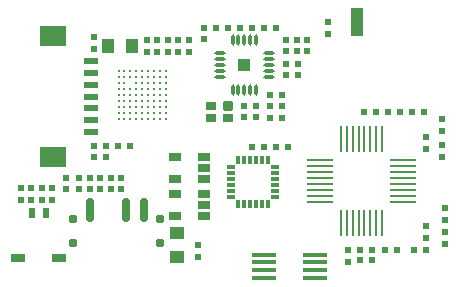
<source format=gtp>
G04 Layer_Color=8421504*
%FSLAX25Y25*%
%MOIN*%
G70*
G01*
G75*
%ADD10R,0.08000X0.01700*%
%ADD11R,0.02362X0.03347*%
%ADD12R,0.04724X0.03150*%
G04:AMPARAMS|DCode=13|XSize=27.56mil|YSize=27.56mil|CornerRadius=6.89mil|HoleSize=0mil|Usage=FLASHONLY|Rotation=0.000|XOffset=0mil|YOffset=0mil|HoleType=Round|Shape=RoundedRectangle|*
%AMROUNDEDRECTD13*
21,1,0.02756,0.01378,0,0,0.0*
21,1,0.01378,0.02756,0,0,0.0*
1,1,0.01378,0.00689,-0.00689*
1,1,0.01378,-0.00689,-0.00689*
1,1,0.01378,-0.00689,0.00689*
1,1,0.01378,0.00689,0.00689*
%
%ADD13ROUNDEDRECTD13*%
G04:AMPARAMS|DCode=14|XSize=27.56mil|YSize=78.74mil|CornerRadius=6.89mil|HoleSize=0mil|Usage=FLASHONLY|Rotation=0.000|XOffset=0mil|YOffset=0mil|HoleType=Round|Shape=RoundedRectangle|*
%AMROUNDEDRECTD14*
21,1,0.02756,0.06496,0,0,0.0*
21,1,0.01378,0.07874,0,0,0.0*
1,1,0.01378,0.00689,-0.03248*
1,1,0.01378,-0.00689,-0.03248*
1,1,0.01378,-0.00689,0.03248*
1,1,0.01378,0.00689,0.03248*
%
%ADD14ROUNDEDRECTD14*%
%ADD15R,0.03937X0.02559*%
%ADD16R,0.03937X0.02756*%
%ADD17R,0.01969X0.02362*%
%ADD18R,0.05118X0.03937*%
%ADD19R,0.04000X0.09646*%
G04:AMPARAMS|DCode=20|XSize=39mil|YSize=12mil|CornerRadius=6mil|HoleSize=0mil|Usage=FLASHONLY|Rotation=90.000|XOffset=0mil|YOffset=0mil|HoleType=Round|Shape=RoundedRectangle|*
%AMROUNDEDRECTD20*
21,1,0.03900,0.00000,0,0,90.0*
21,1,0.02700,0.01200,0,0,90.0*
1,1,0.01200,0.00000,0.01350*
1,1,0.01200,0.00000,-0.01350*
1,1,0.01200,0.00000,-0.01350*
1,1,0.01200,0.00000,0.01350*
%
%ADD20ROUNDEDRECTD20*%
G04:AMPARAMS|DCode=21|XSize=39mil|YSize=12mil|CornerRadius=6mil|HoleSize=0mil|Usage=FLASHONLY|Rotation=0.000|XOffset=0mil|YOffset=0mil|HoleType=Round|Shape=RoundedRectangle|*
%AMROUNDEDRECTD21*
21,1,0.03900,0.00000,0,0,0.0*
21,1,0.02700,0.01200,0,0,0.0*
1,1,0.01200,0.01350,0.00000*
1,1,0.01200,-0.01350,0.00000*
1,1,0.01200,-0.01350,0.00000*
1,1,0.01200,0.01350,0.00000*
%
%ADD21ROUNDEDRECTD21*%
%ADD22R,0.02362X0.01969*%
%ADD23R,0.03543X0.03150*%
G04:AMPARAMS|DCode=24|XSize=35.43mil|YSize=31.5mil|CornerRadius=7.87mil|HoleSize=0mil|Usage=FLASHONLY|Rotation=180.000|XOffset=0mil|YOffset=0mil|HoleType=Round|Shape=RoundedRectangle|*
%AMROUNDEDRECTD24*
21,1,0.03543,0.01575,0,0,180.0*
21,1,0.01969,0.03150,0,0,180.0*
1,1,0.01575,-0.00984,0.00787*
1,1,0.01575,0.00984,0.00787*
1,1,0.01575,0.00984,-0.00787*
1,1,0.01575,-0.00984,-0.00787*
%
%ADD24ROUNDEDRECTD24*%
%ADD25C,0.01100*%
%ADD26R,0.03937X0.05118*%
%ADD27R,0.05100X0.02400*%
%ADD28R,0.08700X0.07100*%
%ADD29R,0.02800X0.01200*%
%ADD30R,0.01200X0.02800*%
%ADD31R,0.00900X0.09000*%
%ADD32R,0.09000X0.00900*%
%ADD44R,0.04200X0.04200*%
D10*
X102550Y11839D02*
D03*
Y9279D02*
D03*
Y6720D02*
D03*
Y4161D02*
D03*
X85450D02*
D03*
Y6720D02*
D03*
Y9279D02*
D03*
Y11839D02*
D03*
D11*
X8138Y25642D02*
D03*
X12862D02*
D03*
D12*
X3610Y10780D02*
D03*
X17390D02*
D03*
D13*
X51000Y15563D02*
D03*
Y23563D02*
D03*
X22000D02*
D03*
Y15563D02*
D03*
D14*
X27500Y26587D02*
D03*
X45500D02*
D03*
X39500D02*
D03*
D15*
X65449Y24551D02*
D03*
Y32032D02*
D03*
Y28291D02*
D03*
Y37051D02*
D03*
Y44532D02*
D03*
Y40791D02*
D03*
D16*
X56000Y24551D02*
D03*
Y32032D02*
D03*
Y37051D02*
D03*
Y44532D02*
D03*
D17*
X4500Y34000D02*
D03*
Y30063D02*
D03*
X19500Y37500D02*
D03*
Y33563D02*
D03*
X8000Y34000D02*
D03*
Y30063D02*
D03*
X11500Y34000D02*
D03*
Y30063D02*
D03*
X15000Y34032D02*
D03*
Y30095D02*
D03*
X63500Y15032D02*
D03*
Y11095D02*
D03*
X38000Y33563D02*
D03*
Y37500D02*
D03*
X34500Y33563D02*
D03*
Y37500D02*
D03*
X31000Y33563D02*
D03*
Y37500D02*
D03*
X27500Y33563D02*
D03*
Y37500D02*
D03*
X24000Y33563D02*
D03*
Y37500D02*
D03*
X107000Y85532D02*
D03*
Y89468D02*
D03*
X97000Y71563D02*
D03*
Y75500D02*
D03*
X93000Y83500D02*
D03*
Y79563D02*
D03*
X100000Y83500D02*
D03*
Y79563D02*
D03*
X96500Y83500D02*
D03*
Y79563D02*
D03*
X83000Y57563D02*
D03*
Y61500D02*
D03*
X93000Y75500D02*
D03*
Y71563D02*
D03*
X65500Y87500D02*
D03*
Y83563D02*
D03*
X79000Y61500D02*
D03*
Y57563D02*
D03*
X57000Y83469D02*
D03*
Y79532D02*
D03*
X50000Y79532D02*
D03*
Y83469D02*
D03*
X53500Y79532D02*
D03*
Y83469D02*
D03*
X60500Y79532D02*
D03*
Y83469D02*
D03*
X46500Y83469D02*
D03*
Y79532D02*
D03*
X29000Y80532D02*
D03*
Y84469D02*
D03*
X139469Y50968D02*
D03*
Y47032D02*
D03*
Y21468D02*
D03*
Y17531D02*
D03*
X113500Y9532D02*
D03*
Y13468D02*
D03*
X146000Y27468D02*
D03*
Y23531D02*
D03*
Y19468D02*
D03*
Y15531D02*
D03*
X145000Y53031D02*
D03*
Y56968D02*
D03*
Y44532D02*
D03*
Y48469D02*
D03*
D18*
X56500Y19031D02*
D03*
Y11157D02*
D03*
D19*
X116500Y89500D02*
D03*
D20*
X82890Y83222D02*
D03*
Y66841D02*
D03*
X80990D02*
D03*
X78990D02*
D03*
X77049D02*
D03*
X75107D02*
D03*
X80990Y83222D02*
D03*
X78990D02*
D03*
X77048D02*
D03*
X75107D02*
D03*
D21*
X87190Y78922D02*
D03*
Y77022D02*
D03*
Y75022D02*
D03*
Y73080D02*
D03*
Y71139D02*
D03*
X70810Y71139D02*
D03*
Y73080D02*
D03*
Y75022D02*
D03*
Y77022D02*
D03*
Y78922D02*
D03*
D22*
X91469Y65031D02*
D03*
X87532D02*
D03*
X91469Y61532D02*
D03*
X87532D02*
D03*
X91469Y57531D02*
D03*
X87532D02*
D03*
X89468Y87532D02*
D03*
X85532D02*
D03*
X77531Y87532D02*
D03*
X81468D02*
D03*
X69532D02*
D03*
X73469D02*
D03*
X29032Y44500D02*
D03*
X32969D02*
D03*
X29032Y48000D02*
D03*
X32969D02*
D03*
X37031D02*
D03*
X40968D02*
D03*
X85469Y47609D02*
D03*
X81532D02*
D03*
X89531Y47609D02*
D03*
X93468D02*
D03*
X121437Y10000D02*
D03*
X117500D02*
D03*
X121437Y13500D02*
D03*
X117500D02*
D03*
X135500Y13500D02*
D03*
X139437D02*
D03*
X126000D02*
D03*
X129937D02*
D03*
X127000Y59500D02*
D03*
X130937D02*
D03*
X138937Y59500D02*
D03*
X135000D02*
D03*
X122937D02*
D03*
X119000D02*
D03*
D23*
X73500Y57201D02*
D03*
X67988D02*
D03*
Y61532D02*
D03*
D24*
X73500D02*
D03*
D25*
X52874Y57126D02*
D03*
X50906D02*
D03*
X48937D02*
D03*
X46968D02*
D03*
X45000D02*
D03*
X43031D02*
D03*
X41063D02*
D03*
X39094D02*
D03*
X37126D02*
D03*
X52874Y59095D02*
D03*
X50906D02*
D03*
X48937D02*
D03*
X46968D02*
D03*
X45000D02*
D03*
X43031D02*
D03*
X41063D02*
D03*
X39094D02*
D03*
X37126D02*
D03*
X52874Y61063D02*
D03*
X50906D02*
D03*
X48937D02*
D03*
X46968D02*
D03*
X45000D02*
D03*
X43031D02*
D03*
X41063D02*
D03*
X39094D02*
D03*
X37126D02*
D03*
X52874Y63032D02*
D03*
X50906D02*
D03*
X48937D02*
D03*
X46968D02*
D03*
X45000D02*
D03*
X43031D02*
D03*
X41063D02*
D03*
X39094D02*
D03*
X37126D02*
D03*
X52874Y65000D02*
D03*
X50906D02*
D03*
X48937D02*
D03*
X46968D02*
D03*
X45000D02*
D03*
X43031D02*
D03*
X41063D02*
D03*
X39094D02*
D03*
X37126D02*
D03*
X52874Y66969D02*
D03*
X50906D02*
D03*
X48937D02*
D03*
X46968D02*
D03*
X45000D02*
D03*
X43031D02*
D03*
X41063D02*
D03*
X39094D02*
D03*
X37126D02*
D03*
X52874Y68937D02*
D03*
X50906D02*
D03*
X48937D02*
D03*
X46968D02*
D03*
X45000D02*
D03*
X43031D02*
D03*
X39094D02*
D03*
X37126D02*
D03*
X52874Y70906D02*
D03*
X50906D02*
D03*
X48937D02*
D03*
X46968D02*
D03*
X45000D02*
D03*
X43031D02*
D03*
X41063D02*
D03*
X39094D02*
D03*
X37126D02*
D03*
X52874Y72874D02*
D03*
X50906D02*
D03*
X48937D02*
D03*
X46968D02*
D03*
X45000D02*
D03*
X43031D02*
D03*
X41063D02*
D03*
X39094D02*
D03*
X37126D02*
D03*
D26*
X41500Y81500D02*
D03*
X33626D02*
D03*
D27*
X28000Y76311D02*
D03*
Y72374D02*
D03*
Y68437D02*
D03*
Y64500D02*
D03*
Y60563D02*
D03*
Y56626D02*
D03*
Y52689D02*
D03*
D28*
X15200Y44250D02*
D03*
Y84750D02*
D03*
D29*
X89413Y31009D02*
D03*
Y33009D02*
D03*
Y35009D02*
D03*
Y36993D02*
D03*
Y38962D02*
D03*
Y40930D02*
D03*
X74632D02*
D03*
Y38962D02*
D03*
Y36993D02*
D03*
Y35009D02*
D03*
Y33009D02*
D03*
Y31009D02*
D03*
D30*
X86953Y43391D02*
D03*
X84984D02*
D03*
X83016D02*
D03*
X81032D02*
D03*
X79031D02*
D03*
X77031D02*
D03*
Y28609D02*
D03*
X79031D02*
D03*
X81032D02*
D03*
X83016D02*
D03*
X84984D02*
D03*
X86953D02*
D03*
D31*
X125000Y22500D02*
D03*
X123031D02*
D03*
X121063D02*
D03*
X119095D02*
D03*
X117126D02*
D03*
X115157D02*
D03*
X113189D02*
D03*
X111221D02*
D03*
Y50300D02*
D03*
X113189D02*
D03*
X115157D02*
D03*
X117126D02*
D03*
X119095D02*
D03*
X121063D02*
D03*
X123031D02*
D03*
X125000D02*
D03*
D32*
X104210Y29510D02*
D03*
Y31479D02*
D03*
Y33447D02*
D03*
Y35416D02*
D03*
Y37384D02*
D03*
Y39353D02*
D03*
Y41321D02*
D03*
Y43290D02*
D03*
X132010D02*
D03*
Y41321D02*
D03*
Y39353D02*
D03*
Y37384D02*
D03*
Y35416D02*
D03*
Y33447D02*
D03*
Y31479D02*
D03*
Y29510D02*
D03*
D44*
X78990Y75021D02*
D03*
M02*

</source>
